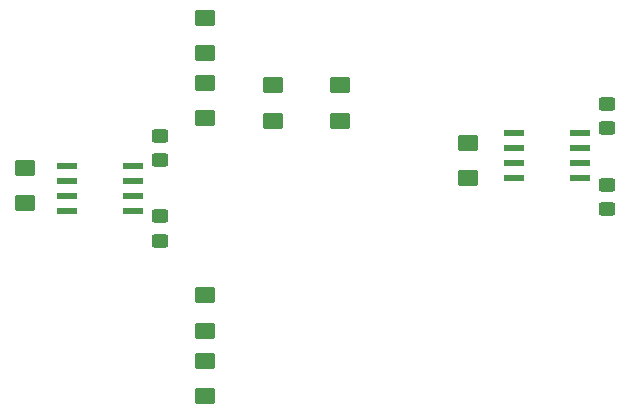
<source format=gbr>
%TF.GenerationSoftware,KiCad,Pcbnew,7.0.7-7.0.7~ubuntu22.04.1*%
%TF.CreationDate,2024-07-19T11:12:27-04:00*%
%TF.ProjectId,adjustable_instamp,61646a75-7374-4616-926c-655f696e7374,rev?*%
%TF.SameCoordinates,Original*%
%TF.FileFunction,Paste,Top*%
%TF.FilePolarity,Positive*%
%FSLAX46Y46*%
G04 Gerber Fmt 4.6, Leading zero omitted, Abs format (unit mm)*
G04 Created by KiCad (PCBNEW 7.0.7-7.0.7~ubuntu22.04.1) date 2024-07-19 11:12:27*
%MOMM*%
%LPD*%
G01*
G04 APERTURE LIST*
G04 Aperture macros list*
%AMRoundRect*
0 Rectangle with rounded corners*
0 $1 Rounding radius*
0 $2 $3 $4 $5 $6 $7 $8 $9 X,Y pos of 4 corners*
0 Add a 4 corners polygon primitive as box body*
4,1,4,$2,$3,$4,$5,$6,$7,$8,$9,$2,$3,0*
0 Add four circle primitives for the rounded corners*
1,1,$1+$1,$2,$3*
1,1,$1+$1,$4,$5*
1,1,$1+$1,$6,$7*
1,1,$1+$1,$8,$9*
0 Add four rect primitives between the rounded corners*
20,1,$1+$1,$2,$3,$4,$5,0*
20,1,$1+$1,$4,$5,$6,$7,0*
20,1,$1+$1,$6,$7,$8,$9,0*
20,1,$1+$1,$8,$9,$2,$3,0*%
G04 Aperture macros list end*
%ADD10R,1.750000X0.600000*%
%ADD11RoundRect,0.250001X-0.624999X0.462499X-0.624999X-0.462499X0.624999X-0.462499X0.624999X0.462499X0*%
%ADD12RoundRect,0.250001X0.624999X-0.462499X0.624999X0.462499X-0.624999X0.462499X-0.624999X-0.462499X0*%
%ADD13RoundRect,0.250000X-0.450000X0.325000X-0.450000X-0.325000X0.450000X-0.325000X0.450000X0.325000X0*%
G04 APERTURE END LIST*
D10*
%TO.C,U2*%
X170295000Y-81715000D03*
X170295000Y-82985000D03*
X170295000Y-84255000D03*
X170295000Y-85525000D03*
X175895000Y-85525000D03*
X175895000Y-84255000D03*
X175895000Y-82985000D03*
X175895000Y-81715000D03*
%TD*%
%TO.C,U1*%
X138055000Y-84455000D03*
X138055000Y-85725000D03*
X138055000Y-86995000D03*
X138055000Y-88265000D03*
X132455000Y-88265000D03*
X132455000Y-86995000D03*
X132455000Y-85725000D03*
X132455000Y-84455000D03*
%TD*%
D11*
%TO.C,R7*%
X155575000Y-77670000D03*
X155575000Y-80645000D03*
%TD*%
%TO.C,R6*%
X149860000Y-80645000D03*
X149860000Y-77670000D03*
%TD*%
%TO.C,R4*%
X166370000Y-85525000D03*
X166370000Y-82550000D03*
%TD*%
%TO.C,R3*%
X128905000Y-84655000D03*
X128905000Y-87630000D03*
%TD*%
%TO.C,R2*%
X144145000Y-100965000D03*
X144145000Y-103940000D03*
%TD*%
%TO.C,R1*%
X144145000Y-77470000D03*
X144145000Y-80445000D03*
%TD*%
D12*
%TO.C,D2*%
X144145000Y-98425000D03*
X144145000Y-95450000D03*
%TD*%
%TO.C,D1*%
X144145000Y-74930000D03*
X144145000Y-71955000D03*
%TD*%
D13*
%TO.C,C8*%
X178181000Y-79230000D03*
X178181000Y-81280000D03*
%TD*%
%TO.C,C7*%
X178181000Y-86106000D03*
X178181000Y-88156000D03*
%TD*%
%TO.C,C6*%
X140335000Y-88755000D03*
X140335000Y-90805000D03*
%TD*%
%TO.C,C5*%
X140335000Y-81915000D03*
X140335000Y-83965000D03*
%TD*%
M02*

</source>
